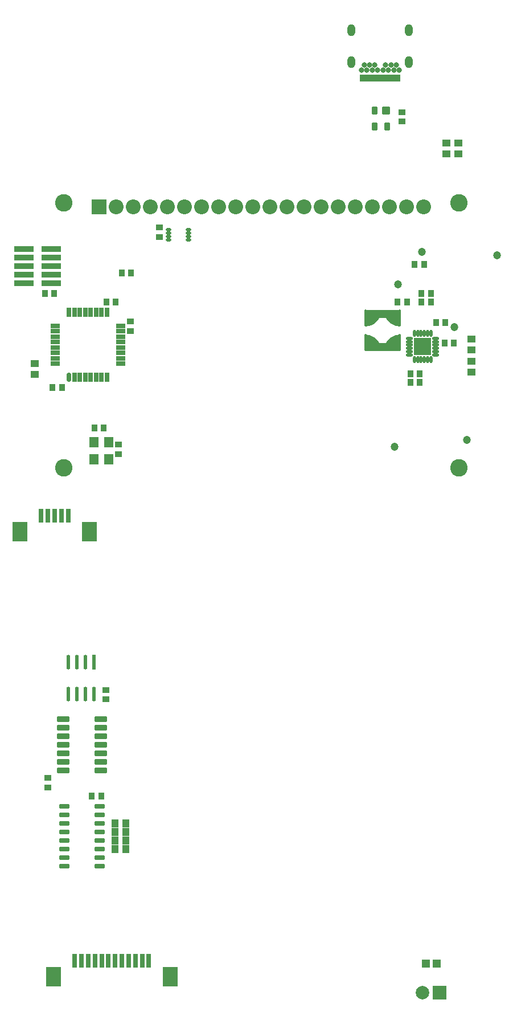
<source format=gts>
G04*
G04 #@! TF.GenerationSoftware,Altium Limited,CircuitStudio,1.5.2 (30)*
G04*
G04 Layer_Color=20142*
%FSLAX25Y25*%
%MOIN*%
G70*
G01*
G75*
%ADD11C,0.00394*%
%ADD31R,0.02303X0.08559*%
G04:AMPARAMS|DCode=32|XSize=85.59mil|YSize=23.03mil|CornerRadius=11.51mil|HoleSize=0mil|Usage=FLASHONLY|Rotation=270.000|XOffset=0mil|YOffset=0mil|HoleType=Round|Shape=RoundedRectangle|*
%AMROUNDEDRECTD32*
21,1,0.08559,0.00000,0,0,270.0*
21,1,0.06257,0.02303,0,0,270.0*
1,1,0.02303,0.00000,-0.03128*
1,1,0.02303,0.00000,0.03128*
1,1,0.02303,0.00000,0.03128*
1,1,0.02303,0.00000,-0.03128*
%
%ADD32ROUNDEDRECTD32*%
%ADD54C,0.04737*%
%ADD55R,0.10446X0.10446*%
%ADD56O,0.04343X0.01784*%
%ADD57O,0.01784X0.04343*%
%ADD58R,0.21076X0.04737*%
%ADD59R,0.03556X0.04343*%
%ADD60R,0.04737X0.04343*%
%ADD61R,0.04343X0.03556*%
%ADD62R,0.05524X0.06312*%
G04:AMPARAMS|DCode=63|XSize=29.65mil|YSize=57.21mil|CornerRadius=5.95mil|HoleSize=0mil|Usage=FLASHONLY|Rotation=90.000|XOffset=0mil|YOffset=0mil|HoleType=Round|Shape=RoundedRectangle|*
%AMROUNDEDRECTD63*
21,1,0.02965,0.04532,0,0,90.0*
21,1,0.01776,0.05721,0,0,90.0*
1,1,0.01190,0.02266,0.00888*
1,1,0.01190,0.02266,-0.00888*
1,1,0.01190,-0.02266,-0.00888*
1,1,0.01190,-0.02266,0.00888*
%
%ADD63ROUNDEDRECTD63*%
G04:AMPARAMS|DCode=64|XSize=33.59mil|YSize=72.96mil|CornerRadius=5.92mil|HoleSize=0mil|Usage=FLASHONLY|Rotation=270.000|XOffset=0mil|YOffset=0mil|HoleType=Round|Shape=RoundedRectangle|*
%AMROUNDEDRECTD64*
21,1,0.03359,0.06112,0,0,270.0*
21,1,0.02175,0.07296,0,0,270.0*
1,1,0.01184,-0.03056,-0.01088*
1,1,0.01184,-0.03056,0.01088*
1,1,0.01184,0.03056,0.01088*
1,1,0.01184,0.03056,-0.01088*
%
%ADD64ROUNDEDRECTD64*%
%ADD65O,0.02769X0.05524*%
%ADD66R,0.02769X0.05524*%
%ADD67R,0.05524X0.02769*%
%ADD68R,0.04934X0.04540*%
G04:AMPARAMS|DCode=69|XSize=47.37mil|YSize=47.37mil|CornerRadius=5.97mil|HoleSize=0mil|Usage=FLASHONLY|Rotation=0.000|XOffset=0mil|YOffset=0mil|HoleType=Round|Shape=RoundedRectangle|*
%AMROUNDEDRECTD69*
21,1,0.04737,0.03543,0,0,0.0*
21,1,0.03543,0.04737,0,0,0.0*
1,1,0.01194,0.01772,-0.01772*
1,1,0.01194,-0.01772,-0.01772*
1,1,0.01194,-0.01772,0.01772*
1,1,0.01194,0.01772,0.01772*
%
%ADD69ROUNDEDRECTD69*%
G04:AMPARAMS|DCode=70|XSize=31.62mil|YSize=47.37mil|CornerRadius=6.01mil|HoleSize=0mil|Usage=FLASHONLY|Rotation=0.000|XOffset=0mil|YOffset=0mil|HoleType=Round|Shape=RoundedRectangle|*
%AMROUNDEDRECTD70*
21,1,0.03162,0.03535,0,0,0.0*
21,1,0.01961,0.04737,0,0,0.0*
1,1,0.01202,0.00980,-0.01768*
1,1,0.01202,-0.00980,-0.01768*
1,1,0.01202,-0.00980,0.01768*
1,1,0.01202,0.00980,0.01768*
%
%ADD70ROUNDEDRECTD70*%
%ADD71R,0.11784X0.03713*%
%ADD72R,0.03162X0.08280*%
%ADD73R,0.09068X0.11824*%
%ADD74R,0.04343X0.04737*%
G04:AMPARAMS|DCode=75|XSize=17.84mil|YSize=31.62mil|CornerRadius=5.97mil|HoleSize=0mil|Usage=FLASHONLY|Rotation=270.000|XOffset=0mil|YOffset=0mil|HoleType=Round|Shape=RoundedRectangle|*
%AMROUNDEDRECTD75*
21,1,0.01784,0.01969,0,0,270.0*
21,1,0.00591,0.03162,0,0,270.0*
1,1,0.01194,-0.00984,-0.00295*
1,1,0.01194,-0.00984,0.00295*
1,1,0.01194,0.00984,0.00295*
1,1,0.01194,0.00984,-0.00295*
%
%ADD75ROUNDEDRECTD75*%
%ADD76R,0.01981X0.04343*%
%ADD77C,0.01194*%
%ADD78C,0.07887*%
%ADD79R,0.07887X0.07887*%
%ADD80C,0.10249*%
%ADD81R,0.08674X0.08674*%
%ADD82C,0.08674*%
%ADD83O,0.04737X0.07099*%
%ADD84C,0.03162*%
%ADD85C,0.02769*%
G36*
X220573Y441046D02*
X220588Y441046D01*
X222628Y440900D01*
X222647Y440897D01*
X222666Y440895D01*
X222673Y440894D01*
X222680Y440893D01*
X222698Y440888D01*
X222717Y440883D01*
X222724Y440881D01*
X222731Y440879D01*
X222748Y440872D01*
X222766Y440865D01*
X225516Y439615D01*
X225533Y439606D01*
X225550Y439597D01*
X225556Y439593D01*
X225562Y439590D01*
X225578Y439579D01*
X225594Y439568D01*
X225599Y439564D01*
X225605Y439560D01*
X225619Y439546D01*
X225633Y439533D01*
X228183Y436983D01*
X228191Y436974D01*
X228200Y436966D01*
X228209Y436955D01*
X228218Y436944D01*
X228225Y436934D01*
X228232Y436925D01*
X228239Y436912D01*
X228247Y436900D01*
X228252Y436890D01*
X228258Y436879D01*
X229258Y434879D01*
X229268Y434857D01*
X229277Y434835D01*
X229278Y434833D01*
X229279Y434831D01*
X229285Y434808D01*
X229292Y434785D01*
X229788Y432490D01*
X229789Y432483D01*
X229790Y432477D01*
X229792Y432457D01*
X229795Y432438D01*
X229795Y432431D01*
X229796Y432424D01*
X229796Y432405D01*
X229796Y432386D01*
X229795Y432379D01*
X229795Y432372D01*
X229792Y432353D01*
X229790Y432334D01*
X229788Y432327D01*
X229787Y432320D01*
X229782Y432302D01*
X229777Y432283D01*
X229775Y432276D01*
X229773Y432270D01*
X229765Y432252D01*
X229758Y432234D01*
X229755Y432228D01*
X229752Y432222D01*
X229742Y432205D01*
X229733Y432188D01*
X229729Y432183D01*
X229725Y432177D01*
X229713Y432162D01*
X229701Y432146D01*
X229697Y432141D01*
X229692Y432136D01*
X229678Y432122D01*
X229665Y432108D01*
X229660Y432104D01*
X229655Y432099D01*
X229639Y432088D01*
X229624Y432076D01*
X229618Y432072D01*
X229612Y432068D01*
X229595Y432059D01*
X229579Y432049D01*
X229573Y432046D01*
X229567Y432043D01*
X229549Y432036D01*
X229531Y432028D01*
X229524Y432026D01*
X229518Y432023D01*
X229499Y432019D01*
X229480Y432014D01*
X229474Y432013D01*
X229467Y432011D01*
X229448Y432009D01*
X229429Y432006D01*
X229422Y432006D01*
X229415Y432005D01*
X220578Y431584D01*
X220569Y431584D01*
X220559Y431583D01*
X220542Y431585D01*
X220526Y431585D01*
X220516Y431586D01*
X220507Y431587D01*
X220490Y431590D01*
X220474Y431593D01*
X220465Y431595D01*
X220455Y431597D01*
X220440Y431602D01*
X220424Y431607D01*
X220415Y431611D01*
X220406Y431614D01*
X220391Y431621D01*
X220375Y431628D01*
X220367Y431633D01*
X220359Y431637D01*
X220345Y431646D01*
X220330Y431655D01*
X220323Y431661D01*
X220315Y431666D01*
X220303Y431677D01*
X220289Y431688D01*
X220283Y431695D01*
X220276Y431701D01*
X220265Y431713D01*
X220253Y431725D01*
X220247Y431733D01*
X220241Y431740D01*
X220232Y431754D01*
X220222Y431768D01*
X220217Y431776D01*
X220212Y431784D01*
X220205Y431799D01*
X220196Y431813D01*
X220193Y431822D01*
X220189Y431831D01*
X220183Y431847D01*
X220177Y431862D01*
X220175Y431872D01*
X220172Y431881D01*
X220169Y431897D01*
X220165Y431913D01*
X220163Y431923D01*
X220162Y431932D01*
X220161Y431949D01*
X220159Y431965D01*
X220159Y431975D01*
X220158Y431984D01*
Y440646D01*
X220159Y440660D01*
X220159Y440674D01*
X220161Y440686D01*
X220162Y440698D01*
X220164Y440712D01*
X220166Y440726D01*
X220169Y440738D01*
X220172Y440749D01*
X220177Y440763D01*
X220180Y440777D01*
X220185Y440788D01*
X220189Y440799D01*
X220195Y440812D01*
X220201Y440825D01*
X220207Y440835D01*
X220212Y440846D01*
X220220Y440858D01*
X220227Y440870D01*
X220234Y440880D01*
X220241Y440890D01*
X220251Y440901D01*
X220259Y440912D01*
X220268Y440920D01*
X220276Y440929D01*
X220286Y440939D01*
X220297Y440949D01*
X220306Y440956D01*
X220315Y440964D01*
X220327Y440972D01*
X220338Y440980D01*
X220349Y440986D01*
X220359Y440993D01*
X220371Y440999D01*
X220384Y441006D01*
X220395Y441011D01*
X220406Y441016D01*
X220419Y441021D01*
X220432Y441026D01*
X220444Y441029D01*
X220455Y441033D01*
X220469Y441036D01*
X220483Y441039D01*
X220495Y441041D01*
X220507Y441043D01*
X220521Y441044D01*
X220535Y441046D01*
X220547Y441046D01*
X220559Y441046D01*
X220573Y441046D01*
D02*
G37*
G36*
X240453Y441046D02*
X240465Y441046D01*
X240479Y441044D01*
X240493Y441043D01*
X240505Y441041D01*
X240517Y441039D01*
X240531Y441036D01*
X240545Y441033D01*
X240556Y441029D01*
X240568Y441026D01*
X240581Y441021D01*
X240594Y441016D01*
X240605Y441011D01*
X240616Y441006D01*
X240629Y440999D01*
X240641Y440993D01*
X240651Y440986D01*
X240662Y440980D01*
X240673Y440972D01*
X240685Y440964D01*
X240694Y440956D01*
X240704Y440949D01*
X240714Y440939D01*
X240724Y440929D01*
X240732Y440920D01*
X240741Y440912D01*
X240750Y440901D01*
X240759Y440890D01*
X240766Y440880D01*
X240773Y440870D01*
X240780Y440858D01*
X240788Y440846D01*
X240793Y440835D01*
X240799Y440825D01*
X240805Y440812D01*
X240811Y440799D01*
X240815Y440788D01*
X240820Y440777D01*
X240824Y440763D01*
X240828Y440749D01*
X240830Y440738D01*
X240834Y440726D01*
X240836Y440712D01*
X240838Y440698D01*
X240839Y440686D01*
X240841Y440674D01*
X240841Y440660D01*
X240842Y440646D01*
Y431984D01*
X240841Y431975D01*
X240841Y431965D01*
X240840Y431949D01*
X240838Y431932D01*
X240837Y431923D01*
X240835Y431913D01*
X240831Y431897D01*
X240828Y431881D01*
X240825Y431872D01*
X240823Y431862D01*
X240817Y431847D01*
X240811Y431831D01*
X240807Y431822D01*
X240804Y431813D01*
X240795Y431799D01*
X240788Y431784D01*
X240783Y431776D01*
X240778Y431768D01*
X240768Y431754D01*
X240759Y431740D01*
X240753Y431733D01*
X240747Y431725D01*
X240735Y431713D01*
X240724Y431701D01*
X240717Y431695D01*
X240711Y431688D01*
X240698Y431677D01*
X240685Y431666D01*
X240677Y431661D01*
X240670Y431655D01*
X240655Y431646D01*
X240641Y431637D01*
X240633Y431633D01*
X240625Y431628D01*
X240609Y431621D01*
X240594Y431614D01*
X240585Y431611D01*
X240577Y431607D01*
X240561Y431602D01*
X240545Y431597D01*
X240535Y431595D01*
X240526Y431593D01*
X240510Y431590D01*
X240493Y431587D01*
X240484Y431586D01*
X240474Y431585D01*
X240458Y431585D01*
X240441Y431583D01*
X240431Y431584D01*
X240422Y431584D01*
X231585Y432005D01*
X231578Y432006D01*
X231572Y432006D01*
X231552Y432009D01*
X231533Y432011D01*
X231526Y432013D01*
X231520Y432014D01*
X231501Y432019D01*
X231482Y432023D01*
X231476Y432026D01*
X231469Y432028D01*
X231451Y432036D01*
X231433Y432043D01*
X231427Y432046D01*
X231421Y432049D01*
X231404Y432059D01*
X231387Y432068D01*
X231382Y432072D01*
X231376Y432076D01*
X231361Y432088D01*
X231345Y432099D01*
X231340Y432104D01*
X231335Y432108D01*
X231322Y432122D01*
X231308Y432136D01*
X231303Y432141D01*
X231299Y432146D01*
X231287Y432162D01*
X231275Y432177D01*
X231271Y432183D01*
X231267Y432188D01*
X231258Y432205D01*
X231248Y432222D01*
X231245Y432228D01*
X231242Y432234D01*
X231235Y432252D01*
X231227Y432270D01*
X231225Y432276D01*
X231223Y432283D01*
X231218Y432302D01*
X231213Y432320D01*
X231211Y432327D01*
X231210Y432334D01*
X231208Y432353D01*
X231205Y432372D01*
X231205Y432379D01*
X231204Y432386D01*
X231204Y432405D01*
X231204Y432424D01*
X231205Y432431D01*
X231205Y432438D01*
X231208Y432457D01*
X231210Y432477D01*
X231211Y432483D01*
X231212Y432490D01*
X231708Y434785D01*
X231715Y434808D01*
X231721Y434831D01*
X231722Y434833D01*
X231723Y434835D01*
X231732Y434857D01*
X231741Y434879D01*
X232741Y436879D01*
X232748Y436890D01*
X232753Y436900D01*
X232761Y436912D01*
X232768Y436925D01*
X232775Y436934D01*
X232782Y436944D01*
X232791Y436955D01*
X232800Y436966D01*
X232809Y436974D01*
X232817Y436983D01*
X235367Y439533D01*
X235381Y439546D01*
X235395Y439560D01*
X235401Y439564D01*
X235406Y439568D01*
X235422Y439579D01*
X235438Y439590D01*
X235444Y439593D01*
X235450Y439597D01*
X235467Y439606D01*
X235484Y439615D01*
X238234Y440865D01*
X238252Y440872D01*
X238269Y440879D01*
X238276Y440881D01*
X238283Y440883D01*
X238301Y440888D01*
X238319Y440893D01*
X238327Y440894D01*
X238334Y440895D01*
X238353Y440897D01*
X238371Y440900D01*
X240412Y441046D01*
X240427Y441046D01*
X240441Y441046D01*
X240453Y441046D01*
D02*
G37*
G36*
X240458Y455415D02*
X240474Y455415D01*
X240484Y455414D01*
X240493Y455413D01*
X240510Y455410D01*
X240526Y455407D01*
X240535Y455405D01*
X240545Y455403D01*
X240561Y455398D01*
X240577Y455393D01*
X240585Y455389D01*
X240594Y455386D01*
X240609Y455379D01*
X240625Y455372D01*
X240633Y455367D01*
X240641Y455363D01*
X240655Y455354D01*
X240670Y455345D01*
X240677Y455339D01*
X240685Y455334D01*
X240698Y455323D01*
X240711Y455312D01*
X240717Y455305D01*
X240724Y455299D01*
X240735Y455287D01*
X240747Y455275D01*
X240753Y455267D01*
X240759Y455260D01*
X240768Y455246D01*
X240778Y455232D01*
X240783Y455224D01*
X240788Y455216D01*
X240795Y455201D01*
X240804Y455187D01*
X240807Y455178D01*
X240811Y455169D01*
X240817Y455153D01*
X240823Y455138D01*
X240825Y455128D01*
X240828Y455120D01*
X240831Y455103D01*
X240835Y455087D01*
X240837Y455077D01*
X240838Y455068D01*
X240840Y455052D01*
X240841Y455035D01*
X240841Y455025D01*
X240842Y455016D01*
Y446354D01*
X240841Y446340D01*
X240841Y446326D01*
X240839Y446314D01*
X240838Y446302D01*
X240836Y446288D01*
X240834Y446274D01*
X240830Y446262D01*
X240828Y446251D01*
X240824Y446237D01*
X240820Y446223D01*
X240815Y446212D01*
X240811Y446201D01*
X240805Y446188D01*
X240799Y446175D01*
X240793Y446165D01*
X240788Y446154D01*
X240780Y446142D01*
X240773Y446130D01*
X240766Y446120D01*
X240759Y446110D01*
X240750Y446100D01*
X240741Y446088D01*
X240732Y446080D01*
X240724Y446071D01*
X240714Y446061D01*
X240704Y446051D01*
X240694Y446044D01*
X240685Y446036D01*
X240673Y446028D01*
X240662Y446020D01*
X240651Y446014D01*
X240641Y446007D01*
X240629Y446001D01*
X240616Y445994D01*
X240605Y445989D01*
X240594Y445984D01*
X240581Y445979D01*
X240568Y445974D01*
X240556Y445971D01*
X240545Y445967D01*
X240531Y445964D01*
X240517Y445961D01*
X240505Y445959D01*
X240493Y445957D01*
X240479Y445956D01*
X240465Y445954D01*
X240453Y445954D01*
X240441Y445954D01*
X240427Y445954D01*
X240412Y445955D01*
X238371Y446100D01*
X238353Y446103D01*
X238334Y446105D01*
X238327Y446106D01*
X238319Y446107D01*
X238301Y446112D01*
X238283Y446116D01*
X238276Y446119D01*
X238269Y446121D01*
X238252Y446128D01*
X238234Y446135D01*
X235484Y447385D01*
X235467Y447394D01*
X235450Y447403D01*
X235444Y447407D01*
X235438Y447410D01*
X235422Y447421D01*
X235406Y447432D01*
X235401Y447437D01*
X235395Y447440D01*
X235381Y447454D01*
X235367Y447467D01*
X232817Y450017D01*
X232809Y450026D01*
X232800Y450034D01*
X232791Y450045D01*
X232782Y450056D01*
X232775Y450066D01*
X232768Y450075D01*
X232761Y450088D01*
X232753Y450100D01*
X232748Y450110D01*
X232741Y450121D01*
X231741Y452121D01*
X231732Y452143D01*
X231723Y452165D01*
X231722Y452167D01*
X231721Y452169D01*
X231715Y452192D01*
X231708Y452215D01*
X231212Y454510D01*
X231211Y454517D01*
X231210Y454524D01*
X231208Y454543D01*
X231205Y454562D01*
X231205Y454569D01*
X231204Y454576D01*
X231204Y454595D01*
X231204Y454614D01*
X231205Y454621D01*
X231205Y454628D01*
X231208Y454647D01*
X231210Y454666D01*
X231211Y454673D01*
X231213Y454680D01*
X231218Y454699D01*
X231223Y454717D01*
X231225Y454724D01*
X231227Y454730D01*
X231235Y454748D01*
X231242Y454766D01*
X231245Y454772D01*
X231248Y454778D01*
X231258Y454795D01*
X231267Y454812D01*
X231271Y454817D01*
X231275Y454823D01*
X231287Y454839D01*
X231299Y454854D01*
X231303Y454859D01*
X231308Y454864D01*
X231322Y454878D01*
X231335Y454892D01*
X231340Y454896D01*
X231345Y454901D01*
X231361Y454912D01*
X231376Y454924D01*
X231382Y454928D01*
X231387Y454932D01*
X231404Y454941D01*
X231421Y454951D01*
X231427Y454954D01*
X231433Y454957D01*
X231451Y454964D01*
X231469Y454972D01*
X231476Y454974D01*
X231482Y454977D01*
X231501Y454981D01*
X231520Y454986D01*
X231526Y454987D01*
X231533Y454989D01*
X231552Y454991D01*
X231572Y454994D01*
X231578Y454994D01*
X231585Y454995D01*
X240422Y455416D01*
X240431Y455416D01*
X240441Y455417D01*
X240458Y455415D01*
D02*
G37*
G36*
X220569Y455416D02*
X220578Y455416D01*
X229415Y454995D01*
X229422Y454994D01*
X229429Y454994D01*
X229448Y454991D01*
X229467Y454989D01*
X229474Y454987D01*
X229480Y454986D01*
X229499Y454981D01*
X229518Y454977D01*
X229524Y454974D01*
X229531Y454972D01*
X229549Y454964D01*
X229567Y454957D01*
X229573Y454954D01*
X229579Y454951D01*
X229595Y454941D01*
X229612Y454932D01*
X229618Y454928D01*
X229624Y454924D01*
X229639Y454912D01*
X229655Y454901D01*
X229660Y454896D01*
X229665Y454892D01*
X229678Y454878D01*
X229692Y454864D01*
X229697Y454859D01*
X229701Y454854D01*
X229713Y454839D01*
X229725Y454823D01*
X229729Y454817D01*
X229733Y454812D01*
X229742Y454795D01*
X229752Y454778D01*
X229755Y454772D01*
X229758Y454766D01*
X229765Y454748D01*
X229773Y454730D01*
X229775Y454724D01*
X229777Y454717D01*
X229782Y454699D01*
X229787Y454680D01*
X229788Y454673D01*
X229790Y454666D01*
X229792Y454647D01*
X229795Y454628D01*
X229795Y454621D01*
X229796Y454614D01*
X229796Y454595D01*
X229796Y454576D01*
X229795Y454569D01*
X229795Y454562D01*
X229792Y454543D01*
X229790Y454524D01*
X229789Y454517D01*
X229788Y454510D01*
X229292Y452215D01*
X229285Y452192D01*
X229279Y452169D01*
X229278Y452167D01*
X229277Y452165D01*
X229268Y452143D01*
X229258Y452121D01*
X228258Y450121D01*
X228252Y450110D01*
X228247Y450100D01*
X228239Y450088D01*
X228232Y450075D01*
X228225Y450066D01*
X228218Y450056D01*
X228209Y450045D01*
X228200Y450034D01*
X228191Y450026D01*
X228183Y450017D01*
X225633Y447467D01*
X225619Y447454D01*
X225605Y447440D01*
X225599Y447437D01*
X225594Y447432D01*
X225578Y447421D01*
X225562Y447410D01*
X225556Y447407D01*
X225550Y447403D01*
X225533Y447394D01*
X225516Y447385D01*
X222766Y446135D01*
X222748Y446128D01*
X222731Y446121D01*
X222724Y446119D01*
X222717Y446116D01*
X222698Y446112D01*
X222680Y446107D01*
X222673Y446106D01*
X222666Y446105D01*
X222647Y446103D01*
X222628Y446100D01*
X220588Y445955D01*
X220573Y445954D01*
X220559Y445954D01*
X220547Y445954D01*
X220535Y445954D01*
X220521Y445956D01*
X220507Y445957D01*
X220495Y445959D01*
X220483Y445961D01*
X220469Y445964D01*
X220455Y445967D01*
X220444Y445971D01*
X220432Y445974D01*
X220419Y445979D01*
X220406Y445984D01*
X220395Y445989D01*
X220384Y445994D01*
X220371Y446001D01*
X220359Y446007D01*
X220349Y446014D01*
X220338Y446020D01*
X220327Y446028D01*
X220315Y446036D01*
X220306Y446044D01*
X220297Y446051D01*
X220286Y446061D01*
X220276Y446071D01*
X220268Y446080D01*
X220259Y446088D01*
X220251Y446100D01*
X220241Y446110D01*
X220234Y446120D01*
X220227Y446130D01*
X220220Y446142D01*
X220212Y446154D01*
X220207Y446165D01*
X220201Y446175D01*
X220195Y446188D01*
X220189Y446201D01*
X220185Y446212D01*
X220180Y446223D01*
X220177Y446237D01*
X220172Y446251D01*
X220169Y446262D01*
X220166Y446274D01*
X220164Y446288D01*
X220162Y446302D01*
X220161Y446314D01*
X220159Y446326D01*
X220159Y446340D01*
X220158Y446354D01*
Y455016D01*
X220159Y455025D01*
X220159Y455035D01*
X220161Y455052D01*
X220162Y455068D01*
X220163Y455077D01*
X220165Y455087D01*
X220169Y455103D01*
X220172Y455120D01*
X220175Y455128D01*
X220177Y455138D01*
X220183Y455153D01*
X220189Y455169D01*
X220193Y455178D01*
X220196Y455187D01*
X220205Y455201D01*
X220212Y455216D01*
X220217Y455224D01*
X220222Y455232D01*
X220232Y455246D01*
X220241Y455260D01*
X220247Y455267D01*
X220253Y455275D01*
X220265Y455287D01*
X220276Y455299D01*
X220283Y455305D01*
X220289Y455312D01*
X220303Y455323D01*
X220315Y455334D01*
X220323Y455339D01*
X220330Y455345D01*
X220345Y455354D01*
X220359Y455363D01*
X220367Y455367D01*
X220375Y455372D01*
X220391Y455379D01*
X220406Y455386D01*
X220415Y455389D01*
X220424Y455393D01*
X220440Y455398D01*
X220455Y455403D01*
X220465Y455405D01*
X220474Y455407D01*
X220490Y455410D01*
X220507Y455413D01*
X220516Y455414D01*
X220526Y455415D01*
X220542Y455415D01*
X220559Y455417D01*
X220569Y455416D01*
D02*
G37*
D11*
X231741Y433453D02*
X231604Y432405D01*
X240441Y440646D02*
X239423Y440587D01*
X238419Y440412D01*
X237442Y440123D01*
X236504Y439723D01*
X235618Y439218D01*
X234797Y438615D01*
X234050Y437921D01*
X233387Y437146D01*
X232818Y436300D01*
X232350Y435395D01*
X231990Y434441D01*
X231741Y433453D01*
X229396Y432405D02*
X229266Y433419D01*
X229020Y434411D01*
X228661Y435369D01*
X228195Y436278D01*
X227626Y437128D01*
X226964Y437907D01*
X226217Y438604D01*
X225394Y439210D01*
X224506Y439718D01*
X223566Y440120D01*
X222586Y440411D01*
X221580Y440587D01*
X220559Y440646D01*
Y446354D02*
X221580Y446413D01*
X222586Y446590D01*
X223566Y446880D01*
X224506Y447282D01*
X225394Y447790D01*
X226217Y448396D01*
X226964Y449093D01*
X227626Y449872D01*
X228195Y450722D01*
X228661Y451631D01*
X229020Y452589D01*
X229266Y453581D01*
X229396Y454595D01*
X231604D02*
X231734Y453581D01*
X231980Y452589D01*
X232339Y451631D01*
X232805Y450722D01*
X233374Y449872D01*
X234036Y449093D01*
X234784Y448396D01*
X235606Y447790D01*
X236494Y447282D01*
X237434Y446880D01*
X238414Y446590D01*
X239420Y446413D01*
X240441Y446354D01*
D31*
X61500Y249315D02*
D03*
D32*
X56500D02*
D03*
X51500D02*
D03*
X46500D02*
D03*
Y230685D02*
D03*
X51500D02*
D03*
X56500D02*
D03*
X61500D02*
D03*
D54*
X237500Y375500D02*
D03*
X272500Y445500D02*
D03*
X239500Y470500D02*
D03*
X253500Y489500D02*
D03*
X297500Y487500D02*
D03*
X280000Y379500D02*
D03*
D55*
X254000Y434000D02*
D03*
D56*
X246323Y429079D02*
D03*
Y431047D02*
D03*
Y433016D02*
D03*
Y434984D02*
D03*
Y436953D02*
D03*
Y438921D02*
D03*
X261677D02*
D03*
Y436953D02*
D03*
Y434984D02*
D03*
Y433016D02*
D03*
Y431047D02*
D03*
Y429079D02*
D03*
D57*
X249079Y441677D02*
D03*
X251047D02*
D03*
X253016D02*
D03*
X254984D02*
D03*
X256953D02*
D03*
X258921D02*
D03*
Y426323D02*
D03*
X256953D02*
D03*
X254984D02*
D03*
X253016D02*
D03*
X251047D02*
D03*
X249079D02*
D03*
D58*
X230500Y433756D02*
D03*
Y453244D02*
D03*
D59*
X239244Y460000D02*
D03*
X244756D02*
D03*
X254756Y482000D02*
D03*
X249244D02*
D03*
X253244Y460000D02*
D03*
X258756D02*
D03*
X258756Y465000D02*
D03*
X253244D02*
D03*
X252256Y418000D02*
D03*
X246744D02*
D03*
X246744Y413000D02*
D03*
X252256D02*
D03*
X272256Y436000D02*
D03*
X266744D02*
D03*
X261744Y448000D02*
D03*
X267256D02*
D03*
X32744Y465000D02*
D03*
X38256D02*
D03*
X60244Y171000D02*
D03*
X65756D02*
D03*
X74256Y460000D02*
D03*
X68744D02*
D03*
X37244Y410000D02*
D03*
X42756D02*
D03*
X67256Y386500D02*
D03*
X61744D02*
D03*
X83256Y477000D02*
D03*
X77744D02*
D03*
D60*
X282500Y432272D02*
D03*
Y438571D02*
D03*
Y425571D02*
D03*
Y419272D02*
D03*
X27000Y424150D02*
D03*
Y417850D02*
D03*
X275000Y546850D02*
D03*
Y553150D02*
D03*
X268000Y546850D02*
D03*
Y553150D02*
D03*
D61*
X242000Y571256D02*
D03*
Y565744D02*
D03*
X34500Y176244D02*
D03*
Y181756D02*
D03*
X83000Y448756D02*
D03*
Y443244D02*
D03*
X76000Y376756D02*
D03*
Y371244D02*
D03*
X68500Y233256D02*
D03*
Y227744D02*
D03*
X100000Y503756D02*
D03*
Y498244D02*
D03*
D62*
X70331Y368000D02*
D03*
Y378000D02*
D03*
X61669D02*
D03*
Y368000D02*
D03*
D63*
X64835Y130000D02*
D03*
Y135000D02*
D03*
Y140000D02*
D03*
Y145000D02*
D03*
Y150000D02*
D03*
Y155000D02*
D03*
Y160000D02*
D03*
Y165000D02*
D03*
X44165Y130000D02*
D03*
Y135000D02*
D03*
Y140000D02*
D03*
Y145000D02*
D03*
Y150000D02*
D03*
Y155000D02*
D03*
Y160000D02*
D03*
Y165000D02*
D03*
D64*
X43378Y216000D02*
D03*
Y211000D02*
D03*
Y206000D02*
D03*
Y201000D02*
D03*
Y196000D02*
D03*
Y191000D02*
D03*
Y186000D02*
D03*
X65622Y216000D02*
D03*
Y211000D02*
D03*
Y206000D02*
D03*
Y201000D02*
D03*
Y196000D02*
D03*
Y191000D02*
D03*
Y186000D02*
D03*
D65*
X47000Y416000D02*
D03*
D66*
X50150D02*
D03*
X53299D02*
D03*
X56449D02*
D03*
X59598D02*
D03*
X62748D02*
D03*
X65898D02*
D03*
X69047D02*
D03*
Y454189D02*
D03*
X65898D02*
D03*
X62748D02*
D03*
X59598D02*
D03*
X56449D02*
D03*
X53299D02*
D03*
X50150D02*
D03*
X47000D02*
D03*
D67*
X77118Y424071D02*
D03*
Y427220D02*
D03*
Y430370D02*
D03*
Y433520D02*
D03*
Y436669D02*
D03*
Y439819D02*
D03*
Y442969D02*
D03*
Y446118D02*
D03*
X38929D02*
D03*
Y442969D02*
D03*
Y439819D02*
D03*
Y436669D02*
D03*
Y433520D02*
D03*
Y430370D02*
D03*
Y427220D02*
D03*
Y424071D02*
D03*
D68*
X255850Y73000D02*
D03*
X262150D02*
D03*
D69*
X232453Y572224D02*
D03*
D70*
X225760D02*
D03*
Y562776D02*
D03*
X233240D02*
D03*
D71*
X36512Y491086D02*
D03*
Y486086D02*
D03*
Y481086D02*
D03*
Y476086D02*
D03*
Y471086D02*
D03*
X20488D02*
D03*
Y476086D02*
D03*
Y481086D02*
D03*
Y486086D02*
D03*
Y491086D02*
D03*
D72*
X46374Y335126D02*
D03*
X42437D02*
D03*
X38500D02*
D03*
X34563D02*
D03*
X30626D02*
D03*
X93654Y74626D02*
D03*
X89717D02*
D03*
X85780D02*
D03*
X81842D02*
D03*
X77905D02*
D03*
X73968D02*
D03*
X70031D02*
D03*
X66094D02*
D03*
X62157D02*
D03*
X58220D02*
D03*
X54283D02*
D03*
X50346D02*
D03*
D73*
X58776Y325874D02*
D03*
X18224D02*
D03*
X106055Y65374D02*
D03*
X37945D02*
D03*
D74*
X80150Y155000D02*
D03*
X73850D02*
D03*
X80150Y150000D02*
D03*
X73850D02*
D03*
X80150Y145000D02*
D03*
X73850D02*
D03*
X80150Y140000D02*
D03*
X73850D02*
D03*
D75*
X116905Y496547D02*
D03*
Y498516D02*
D03*
Y500484D02*
D03*
Y502453D02*
D03*
X105095Y496547D02*
D03*
Y498516D02*
D03*
Y500484D02*
D03*
Y502453D02*
D03*
D76*
X240000Y590980D02*
D03*
X238032D02*
D03*
X236063D02*
D03*
X234095D02*
D03*
X232126D02*
D03*
X230157D02*
D03*
X228189D02*
D03*
X226220D02*
D03*
X224252D02*
D03*
X222284D02*
D03*
X220315D02*
D03*
X218347D02*
D03*
D77*
X240441Y433756D02*
Y440646D01*
Y433453D02*
Y433756D01*
Y431984D02*
Y433453D01*
X220559Y431984D02*
Y440646D01*
Y446354D02*
Y455016D01*
X240441Y446354D02*
Y455016D01*
D78*
X254000Y56000D02*
D03*
D79*
X264000D02*
D03*
D80*
X275138Y363130D02*
D03*
X43799D02*
D03*
Y518169D02*
D03*
X275138D02*
D03*
D81*
X64468Y515650D02*
D03*
D82*
X74468D02*
D03*
X84469D02*
D03*
X94468D02*
D03*
X104469D02*
D03*
X114469D02*
D03*
X124469D02*
D03*
X134468D02*
D03*
X144468D02*
D03*
X154469D02*
D03*
X164469D02*
D03*
X174469D02*
D03*
X184468D02*
D03*
X194468D02*
D03*
X204468D02*
D03*
X214469D02*
D03*
X224468D02*
D03*
X234469D02*
D03*
X244468D02*
D03*
X254468D02*
D03*
D83*
X245984Y619051D02*
D03*
X212362D02*
D03*
Y600429D02*
D03*
X245984D02*
D03*
D84*
X237047Y595902D02*
D03*
X221299D02*
D03*
X218150D02*
D03*
X219724Y598697D02*
D03*
X222874D02*
D03*
X224449Y595902D02*
D03*
X226024Y598697D02*
D03*
X227598Y595902D02*
D03*
X230748D02*
D03*
X232323Y598697D02*
D03*
X233898Y595902D02*
D03*
X235472Y598697D02*
D03*
X238622D02*
D03*
X240197Y595902D02*
D03*
D85*
X256165Y436165D02*
D03*
Y431835D02*
D03*
X251835Y436165D02*
D03*
Y431835D02*
D03*
M02*

</source>
